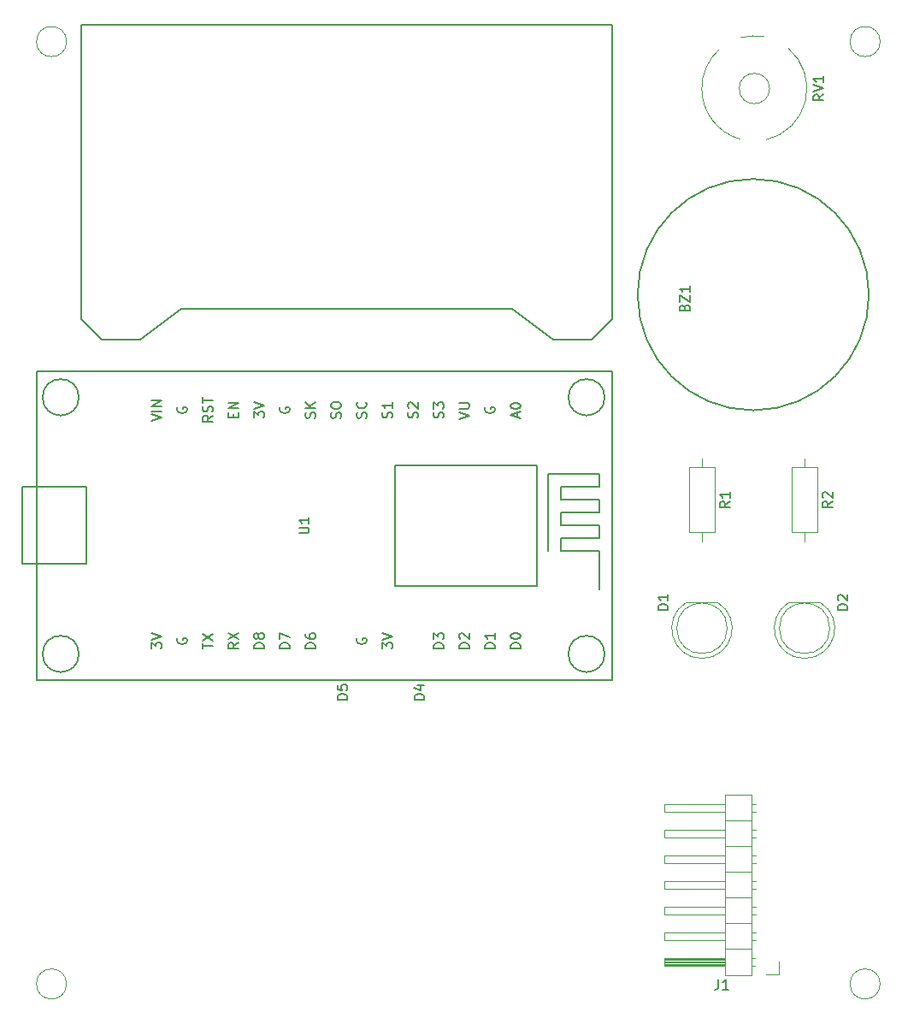
<source format=gbr>
G04 #@! TF.FileFunction,Legend,Top*
%FSLAX46Y46*%
G04 Gerber Fmt 4.6, Leading zero omitted, Abs format (unit mm)*
G04 Created by KiCad (PCBNEW 4.0.7-e2-6376~58~ubuntu16.04.1) date Fri Feb  2 08:04:35 2018*
%MOMM*%
%LPD*%
G01*
G04 APERTURE LIST*
%ADD10C,0.100000*%
%ADD11C,0.150000*%
%ADD12C,0.120000*%
G04 APERTURE END LIST*
D10*
D11*
X195600070Y-86360000D02*
G75*
G03X195600070Y-86360000I-11450070J0D01*
G01*
D12*
X179069538Y-122370000D02*
G75*
G03X180614830Y-116820000I462J2990000D01*
G01*
X179070462Y-122370000D02*
G75*
G02X177525170Y-116820000I-462J2990000D01*
G01*
X181570000Y-119380000D02*
G75*
G03X181570000Y-119380000I-2500000J0D01*
G01*
X180615000Y-116820000D02*
X177525000Y-116820000D01*
X189229538Y-122370000D02*
G75*
G03X190774830Y-116820000I462J2990000D01*
G01*
X189230462Y-122370000D02*
G75*
G02X187685170Y-116820000I-462J2990000D01*
G01*
X191730000Y-119380000D02*
G75*
G03X191730000Y-119380000I-2500000J0D01*
G01*
X190775000Y-116820000D02*
X187685000Y-116820000D01*
X183980000Y-153730000D02*
X183980000Y-135830000D01*
X183980000Y-135830000D02*
X181320000Y-135830000D01*
X181320000Y-135830000D02*
X181320000Y-153730000D01*
X181320000Y-153730000D02*
X183980000Y-153730000D01*
X181320000Y-152780000D02*
X175320000Y-152780000D01*
X175320000Y-152780000D02*
X175320000Y-152020000D01*
X175320000Y-152020000D02*
X181320000Y-152020000D01*
X181320000Y-152720000D02*
X175320000Y-152720000D01*
X181320000Y-152600000D02*
X175320000Y-152600000D01*
X181320000Y-152480000D02*
X175320000Y-152480000D01*
X181320000Y-152360000D02*
X175320000Y-152360000D01*
X181320000Y-152240000D02*
X175320000Y-152240000D01*
X181320000Y-152120000D02*
X175320000Y-152120000D01*
X184310000Y-152780000D02*
X183980000Y-152780000D01*
X184310000Y-152020000D02*
X183980000Y-152020000D01*
X183980000Y-151130000D02*
X181320000Y-151130000D01*
X181320000Y-150240000D02*
X175320000Y-150240000D01*
X175320000Y-150240000D02*
X175320000Y-149480000D01*
X175320000Y-149480000D02*
X181320000Y-149480000D01*
X184377071Y-150240000D02*
X183980000Y-150240000D01*
X184377071Y-149480000D02*
X183980000Y-149480000D01*
X183980000Y-148590000D02*
X181320000Y-148590000D01*
X181320000Y-147700000D02*
X175320000Y-147700000D01*
X175320000Y-147700000D02*
X175320000Y-146940000D01*
X175320000Y-146940000D02*
X181320000Y-146940000D01*
X184377071Y-147700000D02*
X183980000Y-147700000D01*
X184377071Y-146940000D02*
X183980000Y-146940000D01*
X183980000Y-146050000D02*
X181320000Y-146050000D01*
X181320000Y-145160000D02*
X175320000Y-145160000D01*
X175320000Y-145160000D02*
X175320000Y-144400000D01*
X175320000Y-144400000D02*
X181320000Y-144400000D01*
X184377071Y-145160000D02*
X183980000Y-145160000D01*
X184377071Y-144400000D02*
X183980000Y-144400000D01*
X183980000Y-143510000D02*
X181320000Y-143510000D01*
X181320000Y-142620000D02*
X175320000Y-142620000D01*
X175320000Y-142620000D02*
X175320000Y-141860000D01*
X175320000Y-141860000D02*
X181320000Y-141860000D01*
X184377071Y-142620000D02*
X183980000Y-142620000D01*
X184377071Y-141860000D02*
X183980000Y-141860000D01*
X183980000Y-140970000D02*
X181320000Y-140970000D01*
X181320000Y-140080000D02*
X175320000Y-140080000D01*
X175320000Y-140080000D02*
X175320000Y-139320000D01*
X175320000Y-139320000D02*
X181320000Y-139320000D01*
X184377071Y-140080000D02*
X183980000Y-140080000D01*
X184377071Y-139320000D02*
X183980000Y-139320000D01*
X183980000Y-138430000D02*
X181320000Y-138430000D01*
X181320000Y-137540000D02*
X175320000Y-137540000D01*
X175320000Y-137540000D02*
X175320000Y-136780000D01*
X175320000Y-136780000D02*
X181320000Y-136780000D01*
X184377071Y-137540000D02*
X183980000Y-137540000D01*
X184377071Y-136780000D02*
X183980000Y-136780000D01*
X186690000Y-152400000D02*
X186690000Y-153670000D01*
X186690000Y-153670000D02*
X185420000Y-153670000D01*
X180380000Y-103470000D02*
X177760000Y-103470000D01*
X177760000Y-103470000D02*
X177760000Y-109890000D01*
X177760000Y-109890000D02*
X180380000Y-109890000D01*
X180380000Y-109890000D02*
X180380000Y-103470000D01*
X179070000Y-102580000D02*
X179070000Y-103470000D01*
X179070000Y-110780000D02*
X179070000Y-109890000D01*
X190540000Y-103470000D02*
X187920000Y-103470000D01*
X187920000Y-103470000D02*
X187920000Y-109890000D01*
X187920000Y-109890000D02*
X190540000Y-109890000D01*
X190540000Y-109890000D02*
X190540000Y-103470000D01*
X189230000Y-102580000D02*
X189230000Y-103470000D01*
X189230000Y-110780000D02*
X189230000Y-109890000D01*
D11*
X162700000Y-103220000D02*
X162700000Y-115220000D01*
X162700000Y-115220000D02*
X148700000Y-115220000D01*
X148700000Y-115220000D02*
X148700000Y-103220000D01*
X148700000Y-103220000D02*
X162700000Y-103220000D01*
X163830000Y-111760000D02*
X163830000Y-104140000D01*
X163830000Y-104140000D02*
X168910000Y-104140000D01*
X168910000Y-104140000D02*
X168910000Y-105410000D01*
X168910000Y-105410000D02*
X165100000Y-105410000D01*
X165100000Y-105410000D02*
X165100000Y-106680000D01*
X165100000Y-106680000D02*
X168910000Y-106680000D01*
X168910000Y-106680000D02*
X168910000Y-107950000D01*
X168910000Y-107950000D02*
X165100000Y-107950000D01*
X165100000Y-107950000D02*
X165100000Y-109220000D01*
X165100000Y-109220000D02*
X168910000Y-109220000D01*
X168910000Y-109220000D02*
X168910000Y-110490000D01*
X168910000Y-110490000D02*
X165100000Y-110490000D01*
X165100000Y-110490000D02*
X165100000Y-111760000D01*
X165100000Y-111760000D02*
X168910000Y-111760000D01*
X168910000Y-111760000D02*
X168910000Y-115570000D01*
X111760000Y-105410000D02*
X111760000Y-113030000D01*
X111760000Y-113030000D02*
X118110000Y-113030000D01*
X118110000Y-113030000D02*
X118110000Y-105410000D01*
X118110000Y-105410000D02*
X111760000Y-105410000D01*
X117366051Y-121920000D02*
G75*
G03X117366051Y-121920000I-1796051J0D01*
G01*
X117366051Y-96520000D02*
G75*
G03X117366051Y-96520000I-1796051J0D01*
G01*
X169436051Y-96520000D02*
G75*
G03X169436051Y-96520000I-1796051J0D01*
G01*
X169436051Y-121920000D02*
G75*
G03X169436051Y-121920000I-1796051J0D01*
G01*
X170200000Y-124470000D02*
X170200000Y-94470000D01*
X170200000Y-94470000D02*
X170200000Y-93970000D01*
X170200000Y-93970000D02*
X113200000Y-93970000D01*
X113200000Y-93970000D02*
X113200000Y-124470000D01*
X113200000Y-124470000D02*
X170200000Y-124470000D01*
X117602000Y-59690000D02*
X117602000Y-88773000D01*
X117602000Y-88773000D02*
X119634000Y-90805000D01*
X119634000Y-90805000D02*
X123444000Y-90805000D01*
X123444000Y-90805000D02*
X127508000Y-87757000D01*
X127508000Y-87757000D02*
X160274000Y-87757000D01*
X164338000Y-90805000D02*
X160274000Y-87757000D01*
X168148000Y-90805000D02*
X170180000Y-88773000D01*
X170180000Y-88773000D02*
X170180000Y-59690000D01*
X170180000Y-59690000D02*
X117602000Y-59690000D01*
X168148000Y-90805000D02*
X164338000Y-90805000D01*
D12*
X182823929Y-70968173D02*
G75*
G02X179050000Y-65960000I1436071J5008173D01*
G01*
X187609947Y-61969383D02*
G75*
G02X185431000Y-71037000I-3349947J-3990617D01*
G01*
X182911133Y-60926928D02*
G75*
G02X185254000Y-60845000I1348867J-5033072D01*
G01*
X179050743Y-66050657D02*
G75*
G02X180774000Y-62088000I5209257J90657D01*
G01*
X185760000Y-65960000D02*
G75*
G03X185760000Y-65960000I-1500000J0D01*
G01*
X116145600Y-61315600D02*
G75*
G03X116145600Y-61315600I-1490000J0D01*
G01*
X116145600Y-154584400D02*
G75*
G03X116145600Y-154584400I-1490000J0D01*
G01*
X196714400Y-154584400D02*
G75*
G03X196714400Y-154584400I-1490000J0D01*
G01*
X196714400Y-61315600D02*
G75*
G03X196714400Y-61315600I-1490000J0D01*
G01*
D11*
X177333571Y-87635952D02*
X177381190Y-87493095D01*
X177428810Y-87445476D01*
X177524048Y-87397857D01*
X177666905Y-87397857D01*
X177762143Y-87445476D01*
X177809762Y-87493095D01*
X177857381Y-87588333D01*
X177857381Y-87969286D01*
X176857381Y-87969286D01*
X176857381Y-87635952D01*
X176905000Y-87540714D01*
X176952619Y-87493095D01*
X177047857Y-87445476D01*
X177143095Y-87445476D01*
X177238333Y-87493095D01*
X177285952Y-87540714D01*
X177333571Y-87635952D01*
X177333571Y-87969286D01*
X176857381Y-87064524D02*
X176857381Y-86397857D01*
X177857381Y-87064524D01*
X177857381Y-86397857D01*
X177857381Y-85493095D02*
X177857381Y-86064524D01*
X177857381Y-85778810D02*
X176857381Y-85778810D01*
X177000238Y-85874048D01*
X177095476Y-85969286D01*
X177143095Y-86064524D01*
X175712381Y-117578095D02*
X174712381Y-117578095D01*
X174712381Y-117340000D01*
X174760000Y-117197142D01*
X174855238Y-117101904D01*
X174950476Y-117054285D01*
X175140952Y-117006666D01*
X175283810Y-117006666D01*
X175474286Y-117054285D01*
X175569524Y-117101904D01*
X175664762Y-117197142D01*
X175712381Y-117340000D01*
X175712381Y-117578095D01*
X175712381Y-116054285D02*
X175712381Y-116625714D01*
X175712381Y-116340000D02*
X174712381Y-116340000D01*
X174855238Y-116435238D01*
X174950476Y-116530476D01*
X174998095Y-116625714D01*
X193492381Y-117578095D02*
X192492381Y-117578095D01*
X192492381Y-117340000D01*
X192540000Y-117197142D01*
X192635238Y-117101904D01*
X192730476Y-117054285D01*
X192920952Y-117006666D01*
X193063810Y-117006666D01*
X193254286Y-117054285D01*
X193349524Y-117101904D01*
X193444762Y-117197142D01*
X193492381Y-117340000D01*
X193492381Y-117578095D01*
X192587619Y-116625714D02*
X192540000Y-116578095D01*
X192492381Y-116482857D01*
X192492381Y-116244761D01*
X192540000Y-116149523D01*
X192587619Y-116101904D01*
X192682857Y-116054285D01*
X192778095Y-116054285D01*
X192920952Y-116101904D01*
X193492381Y-116673333D01*
X193492381Y-116054285D01*
X180701667Y-154122381D02*
X180701667Y-154836667D01*
X180654047Y-154979524D01*
X180558809Y-155074762D01*
X180415952Y-155122381D01*
X180320714Y-155122381D01*
X181701667Y-155122381D02*
X181130238Y-155122381D01*
X181415952Y-155122381D02*
X181415952Y-154122381D01*
X181320714Y-154265238D01*
X181225476Y-154360476D01*
X181130238Y-154408095D01*
X181832381Y-106846666D02*
X181356190Y-107180000D01*
X181832381Y-107418095D02*
X180832381Y-107418095D01*
X180832381Y-107037142D01*
X180880000Y-106941904D01*
X180927619Y-106894285D01*
X181022857Y-106846666D01*
X181165714Y-106846666D01*
X181260952Y-106894285D01*
X181308571Y-106941904D01*
X181356190Y-107037142D01*
X181356190Y-107418095D01*
X181832381Y-105894285D02*
X181832381Y-106465714D01*
X181832381Y-106180000D02*
X180832381Y-106180000D01*
X180975238Y-106275238D01*
X181070476Y-106370476D01*
X181118095Y-106465714D01*
X191992381Y-106846666D02*
X191516190Y-107180000D01*
X191992381Y-107418095D02*
X190992381Y-107418095D01*
X190992381Y-107037142D01*
X191040000Y-106941904D01*
X191087619Y-106894285D01*
X191182857Y-106846666D01*
X191325714Y-106846666D01*
X191420952Y-106894285D01*
X191468571Y-106941904D01*
X191516190Y-107037142D01*
X191516190Y-107418095D01*
X191087619Y-106465714D02*
X191040000Y-106418095D01*
X190992381Y-106322857D01*
X190992381Y-106084761D01*
X191040000Y-105989523D01*
X191087619Y-105941904D01*
X191182857Y-105894285D01*
X191278095Y-105894285D01*
X191420952Y-105941904D01*
X191992381Y-106513333D01*
X191992381Y-105894285D01*
X139152381Y-109981905D02*
X139961905Y-109981905D01*
X140057143Y-109934286D01*
X140104762Y-109886667D01*
X140152381Y-109791429D01*
X140152381Y-109600952D01*
X140104762Y-109505714D01*
X140057143Y-109458095D01*
X139961905Y-109410476D01*
X139152381Y-109410476D01*
X140152381Y-108410476D02*
X140152381Y-108981905D01*
X140152381Y-108696191D02*
X139152381Y-108696191D01*
X139295238Y-108791429D01*
X139390476Y-108886667D01*
X139438095Y-108981905D01*
X124547381Y-98885238D02*
X125547381Y-98551905D01*
X124547381Y-98218571D01*
X125547381Y-97885238D02*
X124547381Y-97885238D01*
X125547381Y-97409048D02*
X124547381Y-97409048D01*
X125547381Y-96837619D01*
X124547381Y-96837619D01*
X127135000Y-97528095D02*
X127087381Y-97623333D01*
X127087381Y-97766190D01*
X127135000Y-97909048D01*
X127230238Y-98004286D01*
X127325476Y-98051905D01*
X127515952Y-98099524D01*
X127658810Y-98099524D01*
X127849286Y-98051905D01*
X127944524Y-98004286D01*
X128039762Y-97909048D01*
X128087381Y-97766190D01*
X128087381Y-97670952D01*
X128039762Y-97528095D01*
X127992143Y-97480476D01*
X127658810Y-97480476D01*
X127658810Y-97670952D01*
X130627381Y-98337619D02*
X130151190Y-98670953D01*
X130627381Y-98909048D02*
X129627381Y-98909048D01*
X129627381Y-98528095D01*
X129675000Y-98432857D01*
X129722619Y-98385238D01*
X129817857Y-98337619D01*
X129960714Y-98337619D01*
X130055952Y-98385238D01*
X130103571Y-98432857D01*
X130151190Y-98528095D01*
X130151190Y-98909048D01*
X130579762Y-97956667D02*
X130627381Y-97813810D01*
X130627381Y-97575714D01*
X130579762Y-97480476D01*
X130532143Y-97432857D01*
X130436905Y-97385238D01*
X130341667Y-97385238D01*
X130246429Y-97432857D01*
X130198810Y-97480476D01*
X130151190Y-97575714D01*
X130103571Y-97766191D01*
X130055952Y-97861429D01*
X130008333Y-97909048D01*
X129913095Y-97956667D01*
X129817857Y-97956667D01*
X129722619Y-97909048D01*
X129675000Y-97861429D01*
X129627381Y-97766191D01*
X129627381Y-97528095D01*
X129675000Y-97385238D01*
X129627381Y-97099524D02*
X129627381Y-96528095D01*
X130627381Y-96813810D02*
X129627381Y-96813810D01*
X132643571Y-98528095D02*
X132643571Y-98194761D01*
X133167381Y-98051904D02*
X133167381Y-98528095D01*
X132167381Y-98528095D01*
X132167381Y-98051904D01*
X133167381Y-97623333D02*
X132167381Y-97623333D01*
X133167381Y-97051904D01*
X132167381Y-97051904D01*
X134707381Y-98551905D02*
X134707381Y-97932857D01*
X135088333Y-98266191D01*
X135088333Y-98123333D01*
X135135952Y-98028095D01*
X135183571Y-97980476D01*
X135278810Y-97932857D01*
X135516905Y-97932857D01*
X135612143Y-97980476D01*
X135659762Y-98028095D01*
X135707381Y-98123333D01*
X135707381Y-98409048D01*
X135659762Y-98504286D01*
X135612143Y-98551905D01*
X134707381Y-97647143D02*
X135707381Y-97313810D01*
X134707381Y-96980476D01*
X137295000Y-97528095D02*
X137247381Y-97623333D01*
X137247381Y-97766190D01*
X137295000Y-97909048D01*
X137390238Y-98004286D01*
X137485476Y-98051905D01*
X137675952Y-98099524D01*
X137818810Y-98099524D01*
X138009286Y-98051905D01*
X138104524Y-98004286D01*
X138199762Y-97909048D01*
X138247381Y-97766190D01*
X138247381Y-97670952D01*
X138199762Y-97528095D01*
X138152143Y-97480476D01*
X137818810Y-97480476D01*
X137818810Y-97670952D01*
X140739762Y-98575714D02*
X140787381Y-98432857D01*
X140787381Y-98194761D01*
X140739762Y-98099523D01*
X140692143Y-98051904D01*
X140596905Y-98004285D01*
X140501667Y-98004285D01*
X140406429Y-98051904D01*
X140358810Y-98099523D01*
X140311190Y-98194761D01*
X140263571Y-98385238D01*
X140215952Y-98480476D01*
X140168333Y-98528095D01*
X140073095Y-98575714D01*
X139977857Y-98575714D01*
X139882619Y-98528095D01*
X139835000Y-98480476D01*
X139787381Y-98385238D01*
X139787381Y-98147142D01*
X139835000Y-98004285D01*
X140787381Y-97575714D02*
X139787381Y-97575714D01*
X140787381Y-97004285D02*
X140215952Y-97432857D01*
X139787381Y-97004285D02*
X140358810Y-97575714D01*
X143279762Y-98599524D02*
X143327381Y-98456667D01*
X143327381Y-98218571D01*
X143279762Y-98123333D01*
X143232143Y-98075714D01*
X143136905Y-98028095D01*
X143041667Y-98028095D01*
X142946429Y-98075714D01*
X142898810Y-98123333D01*
X142851190Y-98218571D01*
X142803571Y-98409048D01*
X142755952Y-98504286D01*
X142708333Y-98551905D01*
X142613095Y-98599524D01*
X142517857Y-98599524D01*
X142422619Y-98551905D01*
X142375000Y-98504286D01*
X142327381Y-98409048D01*
X142327381Y-98170952D01*
X142375000Y-98028095D01*
X142327381Y-97409048D02*
X142327381Y-97218571D01*
X142375000Y-97123333D01*
X142470238Y-97028095D01*
X142660714Y-96980476D01*
X142994048Y-96980476D01*
X143184524Y-97028095D01*
X143279762Y-97123333D01*
X143327381Y-97218571D01*
X143327381Y-97409048D01*
X143279762Y-97504286D01*
X143184524Y-97599524D01*
X142994048Y-97647143D01*
X142660714Y-97647143D01*
X142470238Y-97599524D01*
X142375000Y-97504286D01*
X142327381Y-97409048D01*
X145819762Y-98575714D02*
X145867381Y-98432857D01*
X145867381Y-98194761D01*
X145819762Y-98099523D01*
X145772143Y-98051904D01*
X145676905Y-98004285D01*
X145581667Y-98004285D01*
X145486429Y-98051904D01*
X145438810Y-98099523D01*
X145391190Y-98194761D01*
X145343571Y-98385238D01*
X145295952Y-98480476D01*
X145248333Y-98528095D01*
X145153095Y-98575714D01*
X145057857Y-98575714D01*
X144962619Y-98528095D01*
X144915000Y-98480476D01*
X144867381Y-98385238D01*
X144867381Y-98147142D01*
X144915000Y-98004285D01*
X145772143Y-97004285D02*
X145819762Y-97051904D01*
X145867381Y-97194761D01*
X145867381Y-97289999D01*
X145819762Y-97432857D01*
X145724524Y-97528095D01*
X145629286Y-97575714D01*
X145438810Y-97623333D01*
X145295952Y-97623333D01*
X145105476Y-97575714D01*
X145010238Y-97528095D01*
X144915000Y-97432857D01*
X144867381Y-97289999D01*
X144867381Y-97194761D01*
X144915000Y-97051904D01*
X144962619Y-97004285D01*
X148359762Y-98551905D02*
X148407381Y-98409048D01*
X148407381Y-98170952D01*
X148359762Y-98075714D01*
X148312143Y-98028095D01*
X148216905Y-97980476D01*
X148121667Y-97980476D01*
X148026429Y-98028095D01*
X147978810Y-98075714D01*
X147931190Y-98170952D01*
X147883571Y-98361429D01*
X147835952Y-98456667D01*
X147788333Y-98504286D01*
X147693095Y-98551905D01*
X147597857Y-98551905D01*
X147502619Y-98504286D01*
X147455000Y-98456667D01*
X147407381Y-98361429D01*
X147407381Y-98123333D01*
X147455000Y-97980476D01*
X148407381Y-97028095D02*
X148407381Y-97599524D01*
X148407381Y-97313810D02*
X147407381Y-97313810D01*
X147550238Y-97409048D01*
X147645476Y-97504286D01*
X147693095Y-97599524D01*
X150899762Y-98551905D02*
X150947381Y-98409048D01*
X150947381Y-98170952D01*
X150899762Y-98075714D01*
X150852143Y-98028095D01*
X150756905Y-97980476D01*
X150661667Y-97980476D01*
X150566429Y-98028095D01*
X150518810Y-98075714D01*
X150471190Y-98170952D01*
X150423571Y-98361429D01*
X150375952Y-98456667D01*
X150328333Y-98504286D01*
X150233095Y-98551905D01*
X150137857Y-98551905D01*
X150042619Y-98504286D01*
X149995000Y-98456667D01*
X149947381Y-98361429D01*
X149947381Y-98123333D01*
X149995000Y-97980476D01*
X150042619Y-97599524D02*
X149995000Y-97551905D01*
X149947381Y-97456667D01*
X149947381Y-97218571D01*
X149995000Y-97123333D01*
X150042619Y-97075714D01*
X150137857Y-97028095D01*
X150233095Y-97028095D01*
X150375952Y-97075714D01*
X150947381Y-97647143D01*
X150947381Y-97028095D01*
X153439762Y-98551905D02*
X153487381Y-98409048D01*
X153487381Y-98170952D01*
X153439762Y-98075714D01*
X153392143Y-98028095D01*
X153296905Y-97980476D01*
X153201667Y-97980476D01*
X153106429Y-98028095D01*
X153058810Y-98075714D01*
X153011190Y-98170952D01*
X152963571Y-98361429D01*
X152915952Y-98456667D01*
X152868333Y-98504286D01*
X152773095Y-98551905D01*
X152677857Y-98551905D01*
X152582619Y-98504286D01*
X152535000Y-98456667D01*
X152487381Y-98361429D01*
X152487381Y-98123333D01*
X152535000Y-97980476D01*
X152487381Y-97647143D02*
X152487381Y-97028095D01*
X152868333Y-97361429D01*
X152868333Y-97218571D01*
X152915952Y-97123333D01*
X152963571Y-97075714D01*
X153058810Y-97028095D01*
X153296905Y-97028095D01*
X153392143Y-97075714D01*
X153439762Y-97123333D01*
X153487381Y-97218571D01*
X153487381Y-97504286D01*
X153439762Y-97599524D01*
X153392143Y-97647143D01*
X155027381Y-98647143D02*
X156027381Y-98313810D01*
X155027381Y-97980476D01*
X155027381Y-97647143D02*
X155836905Y-97647143D01*
X155932143Y-97599524D01*
X155979762Y-97551905D01*
X156027381Y-97456667D01*
X156027381Y-97266190D01*
X155979762Y-97170952D01*
X155932143Y-97123333D01*
X155836905Y-97075714D01*
X155027381Y-97075714D01*
X157615000Y-97528095D02*
X157567381Y-97623333D01*
X157567381Y-97766190D01*
X157615000Y-97909048D01*
X157710238Y-98004286D01*
X157805476Y-98051905D01*
X157995952Y-98099524D01*
X158138810Y-98099524D01*
X158329286Y-98051905D01*
X158424524Y-98004286D01*
X158519762Y-97909048D01*
X158567381Y-97766190D01*
X158567381Y-97670952D01*
X158519762Y-97528095D01*
X158472143Y-97480476D01*
X158138810Y-97480476D01*
X158138810Y-97670952D01*
X160821667Y-98504286D02*
X160821667Y-98028095D01*
X161107381Y-98599524D02*
X160107381Y-98266191D01*
X161107381Y-97932857D01*
X160107381Y-97409048D02*
X160107381Y-97313809D01*
X160155000Y-97218571D01*
X160202619Y-97170952D01*
X160297857Y-97123333D01*
X160488333Y-97075714D01*
X160726429Y-97075714D01*
X160916905Y-97123333D01*
X161012143Y-97170952D01*
X161059762Y-97218571D01*
X161107381Y-97313809D01*
X161107381Y-97409048D01*
X161059762Y-97504286D01*
X161012143Y-97551905D01*
X160916905Y-97599524D01*
X160726429Y-97647143D01*
X160488333Y-97647143D01*
X160297857Y-97599524D01*
X160202619Y-97551905D01*
X160155000Y-97504286D01*
X160107381Y-97409048D01*
X124547381Y-121411905D02*
X124547381Y-120792857D01*
X124928333Y-121126191D01*
X124928333Y-120983333D01*
X124975952Y-120888095D01*
X125023571Y-120840476D01*
X125118810Y-120792857D01*
X125356905Y-120792857D01*
X125452143Y-120840476D01*
X125499762Y-120888095D01*
X125547381Y-120983333D01*
X125547381Y-121269048D01*
X125499762Y-121364286D01*
X125452143Y-121411905D01*
X124547381Y-120507143D02*
X125547381Y-120173810D01*
X124547381Y-119840476D01*
X127135000Y-120388095D02*
X127087381Y-120483333D01*
X127087381Y-120626190D01*
X127135000Y-120769048D01*
X127230238Y-120864286D01*
X127325476Y-120911905D01*
X127515952Y-120959524D01*
X127658810Y-120959524D01*
X127849286Y-120911905D01*
X127944524Y-120864286D01*
X128039762Y-120769048D01*
X128087381Y-120626190D01*
X128087381Y-120530952D01*
X128039762Y-120388095D01*
X127992143Y-120340476D01*
X127658810Y-120340476D01*
X127658810Y-120530952D01*
X129627381Y-121411905D02*
X129627381Y-120840476D01*
X130627381Y-121126191D02*
X129627381Y-121126191D01*
X129627381Y-120602381D02*
X130627381Y-119935714D01*
X129627381Y-119935714D02*
X130627381Y-120602381D01*
X133167381Y-120816666D02*
X132691190Y-121150000D01*
X133167381Y-121388095D02*
X132167381Y-121388095D01*
X132167381Y-121007142D01*
X132215000Y-120911904D01*
X132262619Y-120864285D01*
X132357857Y-120816666D01*
X132500714Y-120816666D01*
X132595952Y-120864285D01*
X132643571Y-120911904D01*
X132691190Y-121007142D01*
X132691190Y-121388095D01*
X132167381Y-120483333D02*
X133167381Y-119816666D01*
X132167381Y-119816666D02*
X133167381Y-120483333D01*
X135707381Y-121388095D02*
X134707381Y-121388095D01*
X134707381Y-121150000D01*
X134755000Y-121007142D01*
X134850238Y-120911904D01*
X134945476Y-120864285D01*
X135135952Y-120816666D01*
X135278810Y-120816666D01*
X135469286Y-120864285D01*
X135564524Y-120911904D01*
X135659762Y-121007142D01*
X135707381Y-121150000D01*
X135707381Y-121388095D01*
X135135952Y-120245238D02*
X135088333Y-120340476D01*
X135040714Y-120388095D01*
X134945476Y-120435714D01*
X134897857Y-120435714D01*
X134802619Y-120388095D01*
X134755000Y-120340476D01*
X134707381Y-120245238D01*
X134707381Y-120054761D01*
X134755000Y-119959523D01*
X134802619Y-119911904D01*
X134897857Y-119864285D01*
X134945476Y-119864285D01*
X135040714Y-119911904D01*
X135088333Y-119959523D01*
X135135952Y-120054761D01*
X135135952Y-120245238D01*
X135183571Y-120340476D01*
X135231190Y-120388095D01*
X135326429Y-120435714D01*
X135516905Y-120435714D01*
X135612143Y-120388095D01*
X135659762Y-120340476D01*
X135707381Y-120245238D01*
X135707381Y-120054761D01*
X135659762Y-119959523D01*
X135612143Y-119911904D01*
X135516905Y-119864285D01*
X135326429Y-119864285D01*
X135231190Y-119911904D01*
X135183571Y-119959523D01*
X135135952Y-120054761D01*
X138247381Y-121388095D02*
X137247381Y-121388095D01*
X137247381Y-121150000D01*
X137295000Y-121007142D01*
X137390238Y-120911904D01*
X137485476Y-120864285D01*
X137675952Y-120816666D01*
X137818810Y-120816666D01*
X138009286Y-120864285D01*
X138104524Y-120911904D01*
X138199762Y-121007142D01*
X138247381Y-121150000D01*
X138247381Y-121388095D01*
X137247381Y-120483333D02*
X137247381Y-119816666D01*
X138247381Y-120245238D01*
X140787381Y-121388095D02*
X139787381Y-121388095D01*
X139787381Y-121150000D01*
X139835000Y-121007142D01*
X139930238Y-120911904D01*
X140025476Y-120864285D01*
X140215952Y-120816666D01*
X140358810Y-120816666D01*
X140549286Y-120864285D01*
X140644524Y-120911904D01*
X140739762Y-121007142D01*
X140787381Y-121150000D01*
X140787381Y-121388095D01*
X139787381Y-119959523D02*
X139787381Y-120150000D01*
X139835000Y-120245238D01*
X139882619Y-120292857D01*
X140025476Y-120388095D01*
X140215952Y-120435714D01*
X140596905Y-120435714D01*
X140692143Y-120388095D01*
X140739762Y-120340476D01*
X140787381Y-120245238D01*
X140787381Y-120054761D01*
X140739762Y-119959523D01*
X140692143Y-119911904D01*
X140596905Y-119864285D01*
X140358810Y-119864285D01*
X140263571Y-119911904D01*
X140215952Y-119959523D01*
X140168333Y-120054761D01*
X140168333Y-120245238D01*
X140215952Y-120340476D01*
X140263571Y-120388095D01*
X140358810Y-120435714D01*
X143962381Y-126468095D02*
X142962381Y-126468095D01*
X142962381Y-126230000D01*
X143010000Y-126087142D01*
X143105238Y-125991904D01*
X143200476Y-125944285D01*
X143390952Y-125896666D01*
X143533810Y-125896666D01*
X143724286Y-125944285D01*
X143819524Y-125991904D01*
X143914762Y-126087142D01*
X143962381Y-126230000D01*
X143962381Y-126468095D01*
X142962381Y-124991904D02*
X142962381Y-125468095D01*
X143438571Y-125515714D01*
X143390952Y-125468095D01*
X143343333Y-125372857D01*
X143343333Y-125134761D01*
X143390952Y-125039523D01*
X143438571Y-124991904D01*
X143533810Y-124944285D01*
X143771905Y-124944285D01*
X143867143Y-124991904D01*
X143914762Y-125039523D01*
X143962381Y-125134761D01*
X143962381Y-125372857D01*
X143914762Y-125468095D01*
X143867143Y-125515714D01*
X144915000Y-120388095D02*
X144867381Y-120483333D01*
X144867381Y-120626190D01*
X144915000Y-120769048D01*
X145010238Y-120864286D01*
X145105476Y-120911905D01*
X145295952Y-120959524D01*
X145438810Y-120959524D01*
X145629286Y-120911905D01*
X145724524Y-120864286D01*
X145819762Y-120769048D01*
X145867381Y-120626190D01*
X145867381Y-120530952D01*
X145819762Y-120388095D01*
X145772143Y-120340476D01*
X145438810Y-120340476D01*
X145438810Y-120530952D01*
X147407381Y-121411905D02*
X147407381Y-120792857D01*
X147788333Y-121126191D01*
X147788333Y-120983333D01*
X147835952Y-120888095D01*
X147883571Y-120840476D01*
X147978810Y-120792857D01*
X148216905Y-120792857D01*
X148312143Y-120840476D01*
X148359762Y-120888095D01*
X148407381Y-120983333D01*
X148407381Y-121269048D01*
X148359762Y-121364286D01*
X148312143Y-121411905D01*
X147407381Y-120507143D02*
X148407381Y-120173810D01*
X147407381Y-119840476D01*
X151582381Y-126468095D02*
X150582381Y-126468095D01*
X150582381Y-126230000D01*
X150630000Y-126087142D01*
X150725238Y-125991904D01*
X150820476Y-125944285D01*
X151010952Y-125896666D01*
X151153810Y-125896666D01*
X151344286Y-125944285D01*
X151439524Y-125991904D01*
X151534762Y-126087142D01*
X151582381Y-126230000D01*
X151582381Y-126468095D01*
X150915714Y-125039523D02*
X151582381Y-125039523D01*
X150534762Y-125277619D02*
X151249048Y-125515714D01*
X151249048Y-124896666D01*
X153487381Y-121388095D02*
X152487381Y-121388095D01*
X152487381Y-121150000D01*
X152535000Y-121007142D01*
X152630238Y-120911904D01*
X152725476Y-120864285D01*
X152915952Y-120816666D01*
X153058810Y-120816666D01*
X153249286Y-120864285D01*
X153344524Y-120911904D01*
X153439762Y-121007142D01*
X153487381Y-121150000D01*
X153487381Y-121388095D01*
X152487381Y-120483333D02*
X152487381Y-119864285D01*
X152868333Y-120197619D01*
X152868333Y-120054761D01*
X152915952Y-119959523D01*
X152963571Y-119911904D01*
X153058810Y-119864285D01*
X153296905Y-119864285D01*
X153392143Y-119911904D01*
X153439762Y-119959523D01*
X153487381Y-120054761D01*
X153487381Y-120340476D01*
X153439762Y-120435714D01*
X153392143Y-120483333D01*
X156027381Y-121388095D02*
X155027381Y-121388095D01*
X155027381Y-121150000D01*
X155075000Y-121007142D01*
X155170238Y-120911904D01*
X155265476Y-120864285D01*
X155455952Y-120816666D01*
X155598810Y-120816666D01*
X155789286Y-120864285D01*
X155884524Y-120911904D01*
X155979762Y-121007142D01*
X156027381Y-121150000D01*
X156027381Y-121388095D01*
X155122619Y-120435714D02*
X155075000Y-120388095D01*
X155027381Y-120292857D01*
X155027381Y-120054761D01*
X155075000Y-119959523D01*
X155122619Y-119911904D01*
X155217857Y-119864285D01*
X155313095Y-119864285D01*
X155455952Y-119911904D01*
X156027381Y-120483333D01*
X156027381Y-119864285D01*
X158567381Y-121388095D02*
X157567381Y-121388095D01*
X157567381Y-121150000D01*
X157615000Y-121007142D01*
X157710238Y-120911904D01*
X157805476Y-120864285D01*
X157995952Y-120816666D01*
X158138810Y-120816666D01*
X158329286Y-120864285D01*
X158424524Y-120911904D01*
X158519762Y-121007142D01*
X158567381Y-121150000D01*
X158567381Y-121388095D01*
X158567381Y-119864285D02*
X158567381Y-120435714D01*
X158567381Y-120150000D02*
X157567381Y-120150000D01*
X157710238Y-120245238D01*
X157805476Y-120340476D01*
X157853095Y-120435714D01*
X161107381Y-121388095D02*
X160107381Y-121388095D01*
X160107381Y-121150000D01*
X160155000Y-121007142D01*
X160250238Y-120911904D01*
X160345476Y-120864285D01*
X160535952Y-120816666D01*
X160678810Y-120816666D01*
X160869286Y-120864285D01*
X160964524Y-120911904D01*
X161059762Y-121007142D01*
X161107381Y-121150000D01*
X161107381Y-121388095D01*
X160107381Y-120197619D02*
X160107381Y-120102380D01*
X160155000Y-120007142D01*
X160202619Y-119959523D01*
X160297857Y-119911904D01*
X160488333Y-119864285D01*
X160726429Y-119864285D01*
X160916905Y-119911904D01*
X161012143Y-119959523D01*
X161059762Y-120007142D01*
X161107381Y-120102380D01*
X161107381Y-120197619D01*
X161059762Y-120292857D01*
X161012143Y-120340476D01*
X160916905Y-120388095D01*
X160726429Y-120435714D01*
X160488333Y-120435714D01*
X160297857Y-120388095D01*
X160202619Y-120340476D01*
X160155000Y-120292857D01*
X160107381Y-120197619D01*
X191112381Y-66555238D02*
X190636190Y-66888572D01*
X191112381Y-67126667D02*
X190112381Y-67126667D01*
X190112381Y-66745714D01*
X190160000Y-66650476D01*
X190207619Y-66602857D01*
X190302857Y-66555238D01*
X190445714Y-66555238D01*
X190540952Y-66602857D01*
X190588571Y-66650476D01*
X190636190Y-66745714D01*
X190636190Y-67126667D01*
X190112381Y-66269524D02*
X191112381Y-65936191D01*
X190112381Y-65602857D01*
X191112381Y-64745714D02*
X191112381Y-65317143D01*
X191112381Y-65031429D02*
X190112381Y-65031429D01*
X190255238Y-65126667D01*
X190350476Y-65221905D01*
X190398095Y-65317143D01*
M02*

</source>
